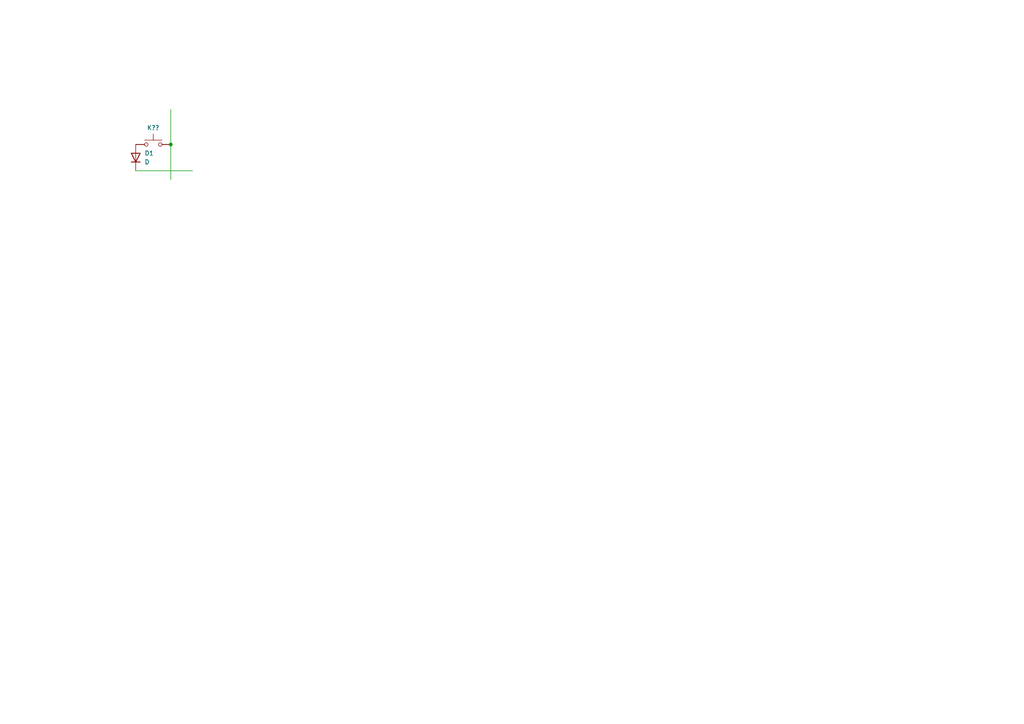
<source format=kicad_sch>
(kicad_sch (version 20250114) (generator "eeschema") (generator_version "9.0")
  (paper "A4")
  (lib_symbols
    (symbol "Device:D" (pin_numbers (hide yes)) (pin_names (offset 1.016) (hide yes))
      (property "Reference" "D" (at 0 2.54 0))
      (property "Value" "D" (at 0 -2.54 0))
      (symbol "D_0_1"
        (polyline (pts (xy -1.27 1.27) (xy -1.27 -1.27)) (stroke (width 0.254)))
        (polyline (pts (xy 1.27 1.27) (xy 1.27 -1.27) (xy -1.27 0) (xy 1.27 1.27)) (stroke (width 0.254)))
        (polyline (pts (xy 1.27 0) (xy -1.27 0)))
      )
      (symbol "D_1_1"
        (pin passive line (at -3.81 0 0) (length 2.54) (name "K") (number "1"))
        (pin passive line (at 3.81 0 180) (length 2.54) (name "A") (number "2"))
      )
    )
    (symbol "Switch:SW_Push" (pin_numbers (hide yes)) (pin_names (offset 1.016) (hide yes))
      (property "Reference" "SW" (at 1.27 2.54 0))
      (property "Value" "SW_Push" (at 0 -1.524 0))
      (symbol "SW_Push_0_1"
        (circle (center -2.032 0) (radius 0.508))
        (polyline (pts (xy 0 1.27) (xy 0 3.048)))
        (circle (center 2.032 0) (radius 0.508))
        (polyline (pts (xy 2.54 1.27) (xy -2.54 1.27)))
        (pin passive line (at -5.08 0 0) (length 2.54) (name "1") (number "1"))
        (pin passive line (at 5.08 0 180) (length 2.54) (name "2") (number "2"))
      )
    )
  )
  (junction (at 49.53 41.91))
  (wire (pts (xy 39.37 49.53) (xy 55.88 49.53)))
  (wire (pts (xy 49.53 41.91) (xy 49.53 52.07)))
  (wire (pts (xy 49.53 31.75) (xy 49.53 41.91)))
  (symbol (lib_id "Device:D") (at 39.37 45.72 90) (unit 1)
    (property "Reference" "D1" (at 41.91 44.4499 90) (effects (justify right)))
    (property "Value" "D" (at 41.91 46.9899 90) (effects (justify right)))
    (property "Footprint" "Diode_THT:D_T-1_P10.16mm_Horizontal" (effects (hide yes)))
    (property "Description" "Diode" (effects (hide yes)))
    (property "Sim.Device" "D" (effects (hide yes)))
    (property "Sim.Pins" "1=K 2=A" (effects (hide yes)))
  )
  (symbol (lib_id "Switch:SW_Push") (at 44.45 41.91 0) (unit 1)
    (property "Reference" "K??" (at 44.45 37.084 0))
    (property "Value" "SW_Push" (effects (hide yes)))
    (property "Footprint" "Button_Switch_Keyboard:SW_Cherry_MX_1.00u_PCB" (effects (hide yes)))
    (property "Description" "Push button switch, generic, two pins" (effects (hide yes)))
  )
)
</source>
